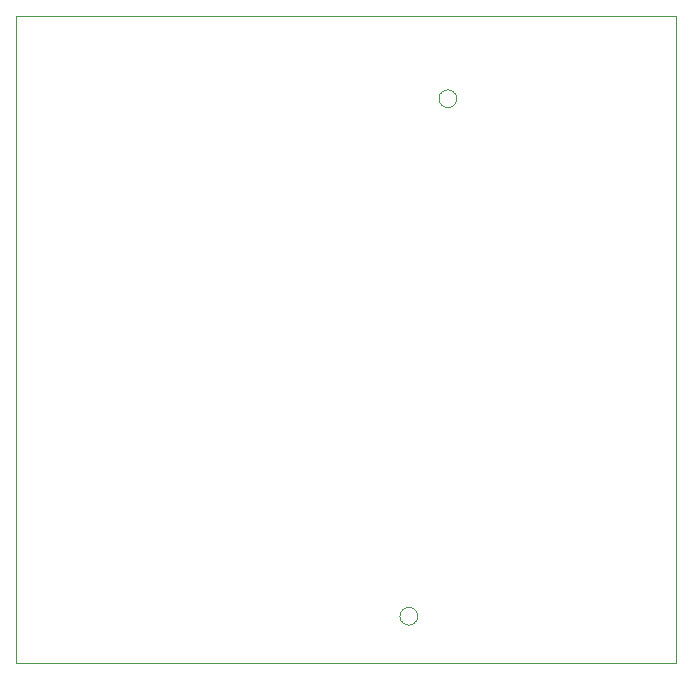
<source format=gm1>
G75*
G70*
%OFA0B0*%
%FSLAX24Y24*%
%IPPOS*%
%LPD*%
%AMOC8*
5,1,8,0,0,1.08239X$1,22.5*
%
%ADD10C,0.0000*%
D10*
X001305Y000661D02*
X001305Y022207D01*
X023275Y022207D01*
X023275Y000661D01*
X001305Y000661D01*
X014072Y002231D02*
X014074Y002265D01*
X014080Y002299D01*
X014090Y002332D01*
X014103Y002363D01*
X014121Y002393D01*
X014141Y002421D01*
X014165Y002446D01*
X014191Y002468D01*
X014219Y002486D01*
X014250Y002502D01*
X014282Y002514D01*
X014316Y002522D01*
X014350Y002526D01*
X014384Y002526D01*
X014418Y002522D01*
X014452Y002514D01*
X014484Y002502D01*
X014514Y002486D01*
X014543Y002468D01*
X014569Y002446D01*
X014593Y002421D01*
X014613Y002393D01*
X014631Y002363D01*
X014644Y002332D01*
X014654Y002299D01*
X014660Y002265D01*
X014662Y002231D01*
X014660Y002197D01*
X014654Y002163D01*
X014644Y002130D01*
X014631Y002099D01*
X014613Y002069D01*
X014593Y002041D01*
X014569Y002016D01*
X014543Y001994D01*
X014515Y001976D01*
X014484Y001960D01*
X014452Y001948D01*
X014418Y001940D01*
X014384Y001936D01*
X014350Y001936D01*
X014316Y001940D01*
X014282Y001948D01*
X014250Y001960D01*
X014219Y001976D01*
X014191Y001994D01*
X014165Y002016D01*
X014141Y002041D01*
X014121Y002069D01*
X014103Y002099D01*
X014090Y002130D01*
X014080Y002163D01*
X014074Y002197D01*
X014072Y002231D01*
X015373Y019480D02*
X015375Y019514D01*
X015381Y019548D01*
X015391Y019581D01*
X015404Y019612D01*
X015422Y019642D01*
X015442Y019670D01*
X015466Y019695D01*
X015492Y019717D01*
X015520Y019735D01*
X015551Y019751D01*
X015583Y019763D01*
X015617Y019771D01*
X015651Y019775D01*
X015685Y019775D01*
X015719Y019771D01*
X015753Y019763D01*
X015785Y019751D01*
X015815Y019735D01*
X015844Y019717D01*
X015870Y019695D01*
X015894Y019670D01*
X015914Y019642D01*
X015932Y019612D01*
X015945Y019581D01*
X015955Y019548D01*
X015961Y019514D01*
X015963Y019480D01*
X015961Y019446D01*
X015955Y019412D01*
X015945Y019379D01*
X015932Y019348D01*
X015914Y019318D01*
X015894Y019290D01*
X015870Y019265D01*
X015844Y019243D01*
X015816Y019225D01*
X015785Y019209D01*
X015753Y019197D01*
X015719Y019189D01*
X015685Y019185D01*
X015651Y019185D01*
X015617Y019189D01*
X015583Y019197D01*
X015551Y019209D01*
X015520Y019225D01*
X015492Y019243D01*
X015466Y019265D01*
X015442Y019290D01*
X015422Y019318D01*
X015404Y019348D01*
X015391Y019379D01*
X015381Y019412D01*
X015375Y019446D01*
X015373Y019480D01*
M02*

</source>
